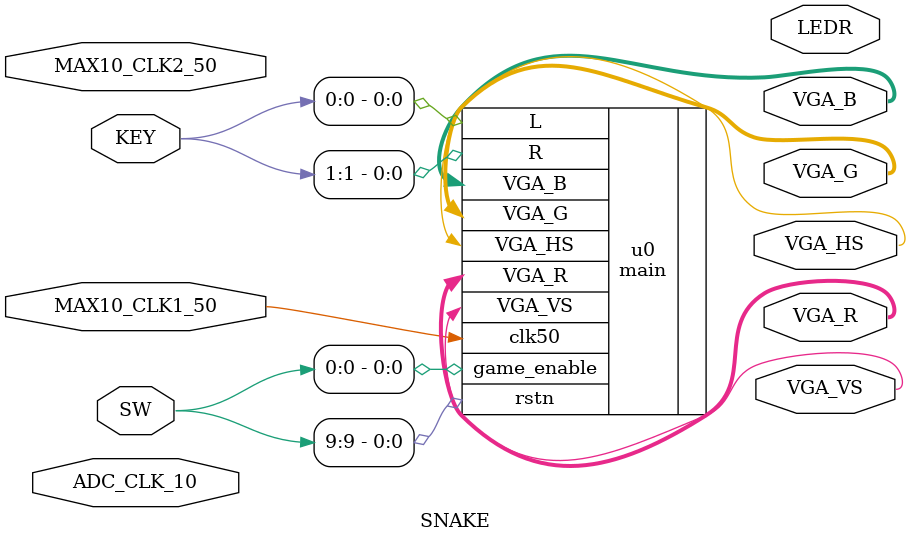
<source format=v>


module SNAKE(

	//////////// CLOCK //////////
	input 		          		ADC_CLK_10,
	input 		          		MAX10_CLK1_50,
	input 		          		MAX10_CLK2_50,

	//////////// KEY //////////
	input 		     [1:0]		KEY,

	//////////// LED //////////
	output		     [9:0]		LEDR,

	//////////// SW //////////
	input 		     [9:0]		SW,

	//////////// VGA //////////
	output		     [3:0]		VGA_B,
	output		     [3:0]		VGA_G,
	output		          		VGA_HS,
	output		     [3:0]		VGA_R,
	output		          		VGA_VS
);



//=======================================================
//  REG/WIRE declarations
//=======================================================




//=======================================================
//  Structural coding
//=======================================================

main u0 (.L(KEY[0]), .R(KEY[1]), .rstn(SW[9]), .clk50(MAX10_CLK1_50),
.VGA_R(VGA_R), .VGA_G(VGA_G), .VGA_B(VGA_B), .VGA_HS(VGA_HS),
.VGA_VS(VGA_VS), .game_enable(SW[0])
);

endmodule

</source>
